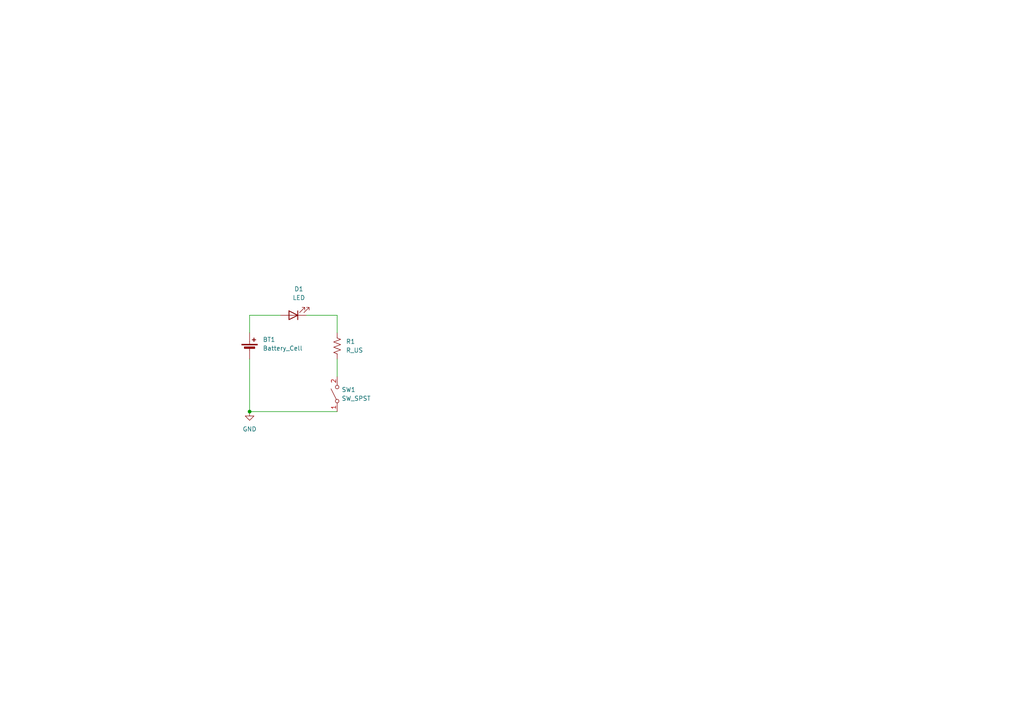
<source format=kicad_sch>
(kicad_sch (version 20231120) (generator "eeschema") (generator_version "8.0")
  (paper "A4")
  (lib_symbols
    (symbol "Device:Battery_Cell" (pin_numbers hide) (pin_names (offset 0) hide)
      (property "Reference" "BT" (at 2.54 2.54 0))
      (property "Value" "Battery_Cell" (at 2.54 0 0))
      (symbol "Battery_Cell_0_1"
        (rectangle (start -2.286 1.778) (end 2.286 1.524) (fill (type outline)))
        (rectangle (start -1.524 1.016) (end 1.524 0.508) (fill (type outline)))
        (polyline (pts (xy 0 0.762) (xy 0 0)))
        (polyline (pts (xy 0 1.778) (xy 0 2.54)))
        (polyline (pts (xy 0.762 3.048) (xy 1.778 3.048)) (stroke (width 0.254)))
        (polyline (pts (xy 1.27 3.556) (xy 1.27 2.54)) (stroke (width 0.254)))
      )
      (symbol "Battery_Cell_1_1"
        (pin passive line (at 0 5.08 270) (length 2.54) (name "+") (number "1"))
        (pin passive line (at 0 -2.54 90) (length 2.54) (name "-") (number "2"))
      )
    )
    (symbol "Device:LED" (pin_numbers hide) (pin_names (offset 1.016) hide)
      (property "Reference" "D" (at 0 2.54 0))
      (property "Value" "LED" (at 0 -2.54 0))
      (symbol "LED_0_1"
        (polyline (pts (xy -1.27 -1.27) (xy -1.27 1.27)) (stroke (width 0.254)))
        (polyline (pts (xy -1.27 0) (xy 1.27 0)))
        (polyline (pts (xy 1.27 -1.27) (xy 1.27 1.27) (xy -1.27 0) (xy 1.27 -1.27)) (stroke (width 0.254)))
        (polyline (pts (xy -3.048 -0.762) (xy -4.572 -2.286) (xy -3.81 -2.286) (xy -4.572 -2.286) (xy -4.572 -1.524)))
        (polyline (pts (xy -1.778 -0.762) (xy -3.302 -2.286) (xy -2.54 -2.286) (xy -3.302 -2.286) (xy -3.302 -1.524)))
      )
      (symbol "LED_1_1"
        (pin passive line (at -3.81 0 0) (length 2.54) (name "K") (number "1"))
        (pin passive line (at 3.81 0 180) (length 2.54) (name "A") (number "2"))
      )
    )
    (symbol "Device:R_US" (pin_numbers hide) (pin_names (offset 0))
      (property "Reference" "R" (at 2.54 0 90))
      (property "Value" "R_US" (at -2.54 0 90))
      (symbol "R_US_0_1"
        (polyline (pts (xy 0 -2.286) (xy 0 -2.54)))
        (polyline (pts (xy 0 2.286) (xy 0 2.54)))
        (polyline (pts (xy 0 -0.762) (xy 1.016 -1.143) (xy 0 -1.524) (xy -1.016 -1.905) (xy 0 -2.286)))
        (polyline (pts (xy 0 0.762) (xy 1.016 0.381) (xy 0 0) (xy -1.016 -0.381) (xy 0 -0.762)))
        (polyline (pts (xy 0 2.286) (xy 1.016 1.905) (xy 0 1.524) (xy -1.016 1.143) (xy 0 0.762)))
      )
      (symbol "R_US_1_1"
        (pin passive line (at 0 3.81 270) (length 1.27) (name "~") (number "1"))
        (pin passive line (at 0 -3.81 90) (length 1.27) (name "~") (number "2"))
      )
    )
    (symbol "Switch:SW_SPST" (pin_names (offset 0) hide)
      (property "Reference" "SW" (at 0 3.175 0))
      (property "Value" "SW_SPST" (at 0 -2.54 0))
      (symbol "SW_SPST_0_0"
        (circle (center -2.032 0) (radius 0.508))
        (polyline (pts (xy -1.524 0.254) (xy 1.524 1.778)))
        (circle (center 2.032 0) (radius 0.508))
      )
      (symbol "SW_SPST_1_1"
        (pin passive line (at -5.08 0 0) (length 2.54) (name "A") (number "1"))
        (pin passive line (at 5.08 0 180) (length 2.54) (name "B") (number "2"))
      )
    )
    (symbol "power:GND" (power) (pin_numbers hide) (pin_names (offset 0) hide)
      (property "Value" "GND" (at 0 -3.81 0))
      (symbol "GND_0_1"
        (polyline (pts (xy 0 0) (xy 0 -1.27) (xy 1.27 -1.27) (xy 0 -2.54) (xy -1.27 -1.27) (xy 0 -1.27)))
      )
      (symbol "GND_1_1"
        (pin power_in line (at 0 0 270) (length 0) (name "~") (number "1"))
      )
    )
  )
  (junction (at 72.39 119.38))
  (wire (pts (xy 97.79 119.38) (xy 72.39 119.38)))
  (wire (pts (xy 97.79 104.14) (xy 97.79 109.22)))
  (wire (pts (xy 72.39 91.44) (xy 81.28 91.44)))
  (wire (pts (xy 72.39 96.52) (xy 72.39 91.44)))
  (wire (pts (xy 97.79 91.44) (xy 97.79 96.52)))
  (wire (pts (xy 88.9 91.44) (xy 97.79 91.44)))
  (wire (pts (xy 72.39 119.38) (xy 72.39 104.14)))
  (symbol (lib_id "Device:LED") (at 85.09 91.44 180) (unit 1)
    (property "Reference" "D1" (at 86.6775 83.82 0))
    (property "Value" "LED" (at 86.6775 86.36 0))
    (property "Footprint" "LED_SMD:LED_2512_6332Metric" (effects (hide yes)))
    (property "Description" "Light emitting diode" (effects (hide yes)))
  )
  (symbol (lib_id "Device:R_US") (at 97.79 100.33 180) (unit 1)
    (property "Reference" "R1" (at 100.33 99.0599 0) (effects (justify right)))
    (property "Value" "R_US" (at 100.33 101.5999 0) (effects (justify right)))
    (property "Footprint" "LED_SMD:LED_2512_6332Metric" (effects (hide yes)))
    (property "Description" "Resistor, US symbol" (effects (hide yes)))
  )
  (symbol (lib_id "Device:Battery_Cell") (at 72.39 101.6 0) (unit 1)
    (property "Reference" "BT1" (at 76.2 98.4884 0) (effects (justify left)))
    (property "Value" "Battery_Cell" (at 76.2 101.0284 0) (effects (justify left)))
    (property "Footprint" "Battery:BatteryHolder_Keystone_103_1x20mm" (effects (hide yes)))
    (property "Description" "Single-cell battery" (effects (hide yes)))
  )
  (symbol (lib_id "Switch:SW_SPST") (at 97.79 114.3 90) (unit 1)
    (property "Reference" "SW1" (at 99.06 113.0299 90) (effects (justify right)))
    (property "Value" "SW_SPST" (at 99.06 115.5699 90) (effects (justify right)))
    (property "Footprint" "Button_Switch_THT:SW_PUSH_6mm" (effects (hide yes)))
    (property "Description" "Single Pole Single Throw (SPST) switch" (effects (hide yes)))
  )
  (symbol (lib_id "power:GND") (at 72.39 119.38 0) (unit 1)
    (property "Reference" "#PWR01" (effects (hide yes)))
    (property "Value" "GND" (at 72.39 124.46 0))
    (property "Description" "Power symbol creates a global label with name \"GND\" , ground" (effects (hide yes)))
  )
)
</source>
